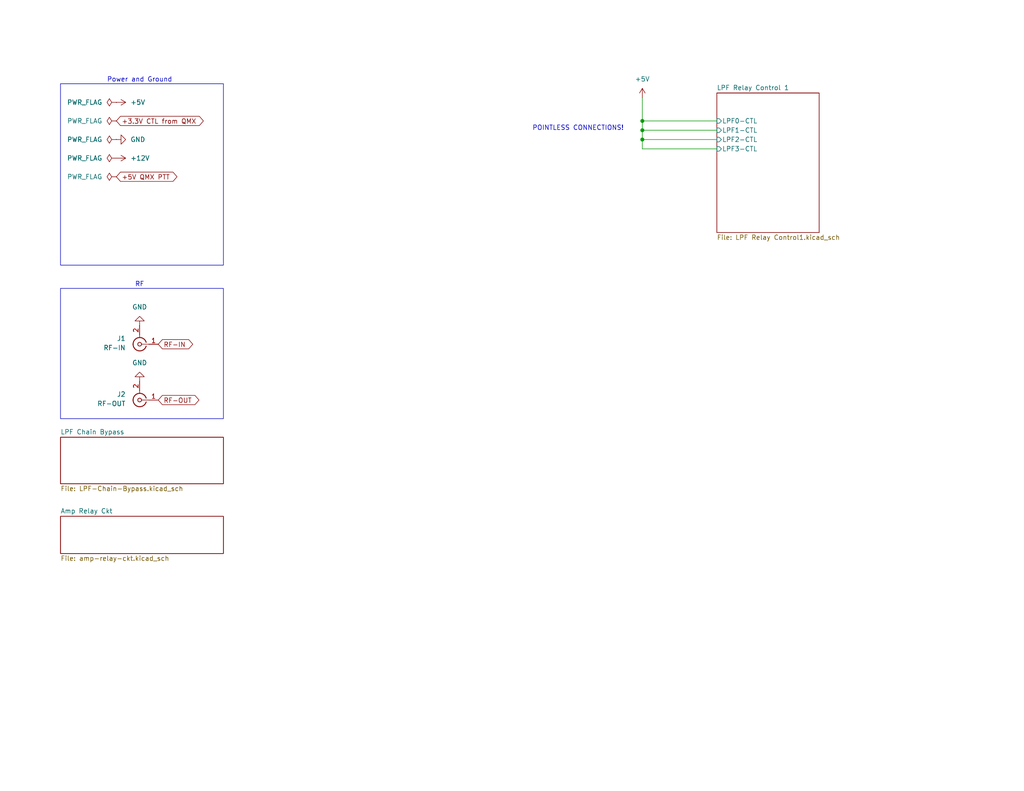
<source format=kicad_sch>
(kicad_sch (version 20231120) (generator "eeschema") (generator_version "8.0")
  (paper "USLetter")
  (title_block (title "QMX Amp") (date "2024-08-10") (rev "v0.2") (company "WA7GIL"))
  (lib_symbols
    (symbol "Connector:Conn_Coaxial" (pin_names (offset 1.016) hide)
      (property "Reference" "J" (at 0.254 3.048 0))
      (property "Value" "Conn_Coaxial" (at 2.921 0 90))
      (symbol "Conn_Coaxial_0_1"
        (arc (start -1.778 -0.508) (mid 0.2311 -1.8066) (end 1.778 0) (stroke (width 0.254)))
        (polyline (pts (xy -2.54 0) (xy -0.508 0)))
        (polyline (pts (xy 0 -2.54) (xy 0 -1.778)))
        (circle (center 0 0) (radius 0.508) (stroke (width 0.2032)))
        (arc (start 1.778 0) (mid 0.2099 1.8101) (end -1.778 0.508) (stroke (width 0.254)))
      )
      (symbol "Conn_Coaxial_1_1"
        (pin passive line (at -5.08 0 0) (length 2.54) (name "In") (number "1"))
        (pin passive line (at 0 -5.08 90) (length 2.54) (name "Ext") (number "2"))
      )
    )
    (symbol "power:+12V" (power) (pin_numbers hide) (pin_names (offset 0) hide)
      (property "Value" "+12V" (at 0 3.556 0))
      (symbol "+12V_0_1"
        (polyline (pts (xy -0.762 1.27) (xy 0 2.54)))
        (polyline (pts (xy 0 0) (xy 0 2.54)))
        (polyline (pts (xy 0 2.54) (xy 0.762 1.27)))
      )
      (symbol "+12V_1_1"
        (pin power_in line (at 0 0 90) (length 0) (name "~") (number "1"))
      )
    )
    (symbol "power:+5V" (power) (pin_numbers hide) (pin_names (offset 0) hide)
      (property "Value" "+5V" (at 0 3.556 0))
      (symbol "+5V_0_1"
        (polyline (pts (xy -0.762 1.27) (xy 0 2.54)))
        (polyline (pts (xy 0 0) (xy 0 2.54)))
        (polyline (pts (xy 0 2.54) (xy 0.762 1.27)))
      )
      (symbol "+5V_1_1"
        (pin power_in line (at 0 0 90) (length 0) (name "~") (number "1"))
      )
    )
    (symbol "power:GND" (power) (pin_numbers hide) (pin_names (offset 0) hide)
      (property "Value" "GND" (at 0 -3.81 0))
      (symbol "GND_0_1"
        (polyline (pts (xy 0 0) (xy 0 -1.27) (xy 1.27 -1.27) (xy 0 -2.54) (xy -1.27 -1.27) (xy 0 -1.27)))
      )
      (symbol "GND_1_1"
        (pin power_in line (at 0 0 270) (length 0) (name "~") (number "1"))
      )
    )
    (symbol "power:PWR_FLAG" (power) (pin_numbers hide) (pin_names (offset 0) hide)
      (property "Value" "PWR_FLAG" (at 0 3.81 0))
      (symbol "PWR_FLAG_0_0"
        (pin power_out line (at 0 0 90) (length 0) (name "~") (number "1"))
      )
      (symbol "PWR_FLAG_0_1"
        (polyline (pts (xy 0 0) (xy 0 1.27) (xy -1.016 1.905) (xy 0 2.54) (xy 1.016 1.905) (xy 0 1.27)))
      )
    )
  )
  (junction (at 175.26 35.56))
  (junction (at 175.26 33.02))
  (junction (at 175.26 38.1))
  (wire (pts (xy 175.26 38.1) (xy 195.58 38.1)))
  (wire (pts (xy 175.26 38.1) (xy 175.26 35.56)))
  (wire (pts (xy 175.26 35.56) (xy 175.26 33.02)))
  (wire (pts (xy 175.26 33.02) (xy 195.58 33.02)))
  (wire (pts (xy 175.26 26.67) (xy 175.26 33.02)))
  (wire (pts (xy 175.26 35.56) (xy 195.58 35.56)))
  (wire (pts (xy 175.26 40.64) (xy 175.26 38.1)))
  (wire (pts (xy 195.58 40.64) (xy 175.26 40.64)))
  (rectangle (start 16.51 78.74) (end 60.96 114.3))
  (rectangle (start 16.51 22.86) (end 60.96 72.39))
  (text "RF" (at 38.1 77.724 0) (effects (font (size 1.27 1.27))))
  (text "Power and Ground" (at 38.1 21.844 0) (effects (font (size 1.27 1.27))))
  (text "POINTLESS CONNECTIONS!" (at 157.734 35.052 0) (effects (font (size 1.27 1.27))))
  (global_label "RF-OUT" (shape bidirectional) (at 43.18 109.22 0) (property "Intersheetrefs" "${INTERSHEET_REFS}" (effects (hide yes))))
  (global_label "+5V QMX PTT" (shape bidirectional) (at 31.75 48.26 0) (property "Intersheetrefs" "${INTERSHEET_REFS}" (effects (hide yes))))
  (global_label "RF-IN" (shape bidirectional) (at 43.18 93.98 0) (property "Intersheetrefs" "${INTERSHEET_REFS}" (effects (hide yes))))
  (global_label "+3.3V CTL from QMX" (shape bidirectional) (at 31.75 33.02 0) (property "Intersheetrefs" "${INTERSHEET_REFS}" (effects (hide yes))))
  (symbol (lib_id "power:PWR_FLAG") (at 31.75 43.18 90) (unit 1)
    (property "Reference" "#FLG04" (effects (hide yes)))
    (property "Value" "PWR_FLAG" (at 27.94 43.1799 90) (effects (justify left)))
    (property "Description" "Special symbol for telling ERC where power comes from" (effects (hide yes)))
  )
  (symbol (lib_id "power:GND") (at 38.1 88.9 180) (unit 1)
    (property "Reference" "#PWR022" (effects (hide yes)))
    (property "Value" "GND" (at 38.1 83.82 0))
    (property "Description" "Power symbol creates a global label with name \"GND\" , ground" (effects (hide yes)))
  )
  (symbol (lib_id "Connector:Conn_Coaxial") (at 38.1 93.98 180) (unit 1)
    (property "Reference" "J1" (at 34.29 92.4167 0) (effects (justify left)))
    (property "Value" "RF-IN" (at 34.29 94.9567 0) (effects (justify left)))
    (property "Description" "coaxial connector (BNC, SMA, SMB, SMC, Cinch/RCA, LEMO, ...)" (effects (hide yes)))
  )
  (symbol (lib_id "Connector:Conn_Coaxial") (at 38.1 109.22 180) (unit 1)
    (property "Reference" "J2" (at 34.29 107.6567 0) (effects (justify left)))
    (property "Value" "RF-OUT" (at 34.29 110.1967 0) (effects (justify left)))
    (property "Description" "coaxial connector (BNC, SMA, SMB, SMC, Cinch/RCA, LEMO, ...)" (effects (hide yes)))
  )
  (symbol (lib_id "power:PWR_FLAG") (at 31.75 27.94 90) (unit 1)
    (property "Reference" "#FLG01" (effects (hide yes)))
    (property "Value" "PWR_FLAG" (at 27.94 27.9399 90) (effects (justify left)))
    (property "Description" "Special symbol for telling ERC where power comes from" (effects (hide yes)))
  )
  (symbol (lib_id "power:+5V") (at 31.75 27.94 270) (unit 1)
    (property "Reference" "#PWR030" (effects (hide yes)))
    (property "Value" "+5V" (at 35.56 27.9399 90) (effects (justify left)))
    (property "Description" "Power symbol creates a global label with name \"+5V\"" (effects (hide yes)))
  )
  (symbol (lib_id "power:PWR_FLAG") (at 31.75 38.1 90) (unit 1)
    (property "Reference" "#FLG03" (effects (hide yes)))
    (property "Value" "PWR_FLAG" (at 27.94 38.0999 90) (effects (justify left)))
    (property "Description" "Special symbol for telling ERC where power comes from" (effects (hide yes)))
  )
  (symbol (lib_id "power:+12V") (at 31.75 43.18 270) (unit 1)
    (property "Reference" "#PWR03" (effects (hide yes)))
    (property "Value" "+12V" (at 35.56 43.1799 90) (effects (justify left)))
    (property "Description" "Power symbol creates a global label with name \"+12V\"" (effects (hide yes)))
  )
  (symbol (lib_id "power:PWR_FLAG") (at 31.75 33.02 90) (unit 1)
    (property "Reference" "#FLG02" (effects (hide yes)))
    (property "Value" "PWR_FLAG" (at 27.94 33.0199 90) (effects (justify left)))
    (property "Description" "Special symbol for telling ERC where power comes from" (effects (hide yes)))
  )
  (symbol (lib_id "power:GND") (at 38.1 104.14 180) (unit 1)
    (property "Reference" "#PWR023" (effects (hide yes)))
    (property "Value" "GND" (at 38.1 99.06 0))
    (property "Description" "Power symbol creates a global label with name \"GND\" , ground" (effects (hide yes)))
  )
  (symbol (lib_id "power:GND") (at 31.75 38.1 90) (unit 1)
    (property "Reference" "#PWR02" (effects (hide yes)))
    (property "Value" "GND" (at 35.56 38.0999 90) (effects (justify right)))
    (property "Description" "Power symbol creates a global label with name \"GND\" , ground" (effects (hide yes)))
  )
  (symbol (lib_id "power:+5V") (at 175.26 26.67 0) (unit 1)
    (property "Reference" "#PWR01" (effects (hide yes)))
    (property "Value" "+5V" (at 175.26 21.59 0))
    (property "Description" "Power symbol creates a global label with name \"+5V\"" (effects (hide yes)))
  )
  (symbol (lib_id "power:PWR_FLAG") (at 31.75 48.26 90) (unit 1)
    (property "Reference" "#FLG05" (effects (hide yes)))
    (property "Value" "PWR_FLAG" (at 27.94 48.2599 90) (effects (justify left)))
    (property "Description" "Special symbol for telling ERC where power comes from" (effects (hide yes)))
  )
  (sheet (at 16.51 119.38) (size 44.45 12.7) (stroke (width 0.1524))
    (property "Sheetname" "LPF Chain Bypass" (at 16.51 118.6684 0) (effects (justify left bottom)))
    (property "Sheetfile" "LPF-Chain-Bypass.kicad_sch" (at 16.51 132.6646 0) (effects (justify left top)))
  )
  (sheet (at 16.51 140.97) (size 44.45 10.16) (stroke (width 0.1524))
    (property "Sheetname" "Amp Relay Ckt" (at 16.51 140.2584 0) (effects (justify left bottom)))
    (property "Sheetfile" "amp-relay-ckt.kicad_sch" (at 16.51 151.7146 0) (effects (justify left top)))
  )
  (sheet (at 195.58 25.4) (size 27.94 38.1) (stroke (width 0.1524))
    (property "Sheetname" "LPF Relay Control 1" (at 195.58 24.6884 0) (effects (justify left bottom)))
    (property "Sheetfile" "LPF Relay Control1.kicad_sch" (at 195.58 64.0846 0) (effects (justify left top)))
    (pin "LPF2-CTL" input (at 195.58 38.1 180))
    (pin "LPF3-CTL" input (at 195.58 40.64 180))
    (pin "LPF1-CTL" input (at 195.58 35.56 180))
    (pin "LPF0-CTL" input (at 195.58 33.02 180))
  )
)
</source>
